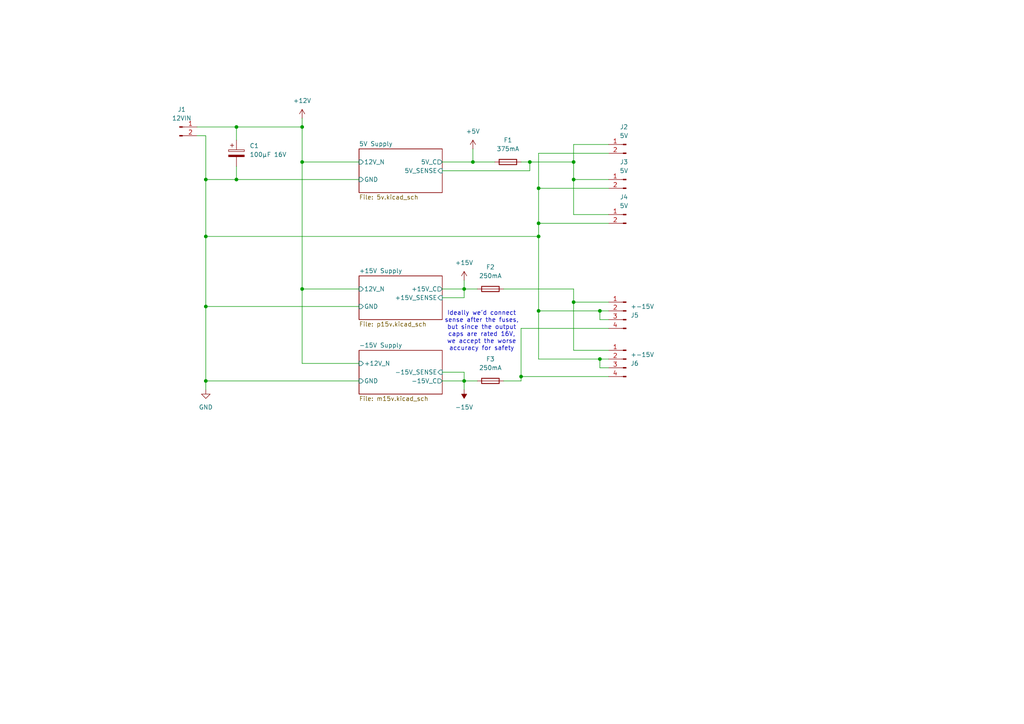
<source format=kicad_sch>
(kicad_sch (version 20231120) (generator "eeschema") (generator_version "8.0")
  (paper "A4")
  (lib_symbols
    (symbol "Connector:Conn_01x02_Pin" (pin_names (offset 1.016) hide)
      (property "Reference" "J" (at 0 2.54 0))
      (property "Value" "Conn_01x02_Pin" (at 0 -5.08 0))
      (symbol "Conn_01x02_Pin_1_1"
        (polyline (pts (xy 1.27 -2.54) (xy 0.8636 -2.54)) (stroke (width 0.1524)))
        (polyline (pts (xy 1.27 0) (xy 0.8636 0)) (stroke (width 0.1524)))
        (rectangle (start 0.8636 -2.413) (end 0 -2.667) (stroke (width 0.1524)) (fill (type outline)))
        (rectangle (start 0.8636 0.127) (end 0 -0.127) (stroke (width 0.1524)) (fill (type outline)))
        (pin passive line (at 5.08 0 180) (length 3.81) (name "Pin_1") (number "1"))
        (pin passive line (at 5.08 -2.54 180) (length 3.81) (name "Pin_2") (number "2"))
      )
    )
    (symbol "Connector:Conn_01x04_Pin" (pin_names (offset 1.016) hide)
      (property "Reference" "J" (at 0 5.08 0))
      (property "Value" "Conn_01x04_Pin" (at 0 -7.62 0))
      (symbol "Conn_01x04_Pin_1_1"
        (polyline (pts (xy 1.27 -5.08) (xy 0.8636 -5.08)) (stroke (width 0.1524)))
        (polyline (pts (xy 1.27 -2.54) (xy 0.8636 -2.54)) (stroke (width 0.1524)))
        (polyline (pts (xy 1.27 0) (xy 0.8636 0)) (stroke (width 0.1524)))
        (polyline (pts (xy 1.27 2.54) (xy 0.8636 2.54)) (stroke (width 0.1524)))
        (rectangle (start 0.8636 -4.953) (end 0 -5.207) (stroke (width 0.1524)) (fill (type outline)))
        (rectangle (start 0.8636 -2.413) (end 0 -2.667) (stroke (width 0.1524)) (fill (type outline)))
        (rectangle (start 0.8636 0.127) (end 0 -0.127) (stroke (width 0.1524)) (fill (type outline)))
        (rectangle (start 0.8636 2.667) (end 0 2.413) (stroke (width 0.1524)) (fill (type outline)))
        (pin passive line (at 5.08 2.54 180) (length 3.81) (name "Pin_1") (number "1"))
        (pin passive line (at 5.08 0 180) (length 3.81) (name "Pin_2") (number "2"))
        (pin passive line (at 5.08 -2.54 180) (length 3.81) (name "Pin_3") (number "3"))
        (pin passive line (at 5.08 -5.08 180) (length 3.81) (name "Pin_4") (number "4"))
      )
    )
    (symbol "Device:C_Polarized" (pin_numbers hide) (pin_names (offset 0.254))
      (property "Reference" "C" (at 0.635 2.54 0))
      (property "Value" "C_Polarized" (at 0.635 -2.54 0))
      (symbol "C_Polarized_0_1"
        (rectangle (start -2.286 0.508) (end 2.286 1.016))
        (polyline (pts (xy -1.778 2.286) (xy -0.762 2.286)))
        (polyline (pts (xy -1.27 2.794) (xy -1.27 1.778)))
        (rectangle (start 2.286 -0.508) (end -2.286 -1.016) (fill (type outline)))
      )
      (symbol "C_Polarized_1_1"
        (pin passive line (at 0 3.81 270) (length 2.794) (name "~") (number "1"))
        (pin passive line (at 0 -3.81 90) (length 2.794) (name "~") (number "2"))
      )
    )
    (symbol "Device:Fuse" (pin_numbers hide) (pin_names (offset 0))
      (property "Reference" "F" (at 2.032 0 90))
      (property "Value" "Fuse" (at -1.905 0 90))
      (symbol "Fuse_0_1"
        (rectangle (start -0.762 -2.54) (end 0.762 2.54) (stroke (width 0.254)))
        (polyline (pts (xy 0 2.54) (xy 0 -2.54)))
      )
      (symbol "Fuse_1_1"
        (pin passive line (at 0 3.81 270) (length 1.27) (name "~") (number "1"))
        (pin passive line (at 0 -3.81 90) (length 1.27) (name "~") (number "2"))
      )
    )
    (symbol "power:+12V" (power) (pin_numbers hide) (pin_names (offset 0) hide)
      (property "Value" "+12V" (at 0 3.556 0))
      (symbol "+12V_0_1"
        (polyline (pts (xy -0.762 1.27) (xy 0 2.54)))
        (polyline (pts (xy 0 0) (xy 0 2.54)))
        (polyline (pts (xy 0 2.54) (xy 0.762 1.27)))
      )
      (symbol "+12V_1_1"
        (pin power_in line (at 0 0 90) (length 0) (name "~") (number "1"))
      )
    )
    (symbol "power:+15V" (power) (pin_numbers hide) (pin_names (offset 0) hide)
      (property "Value" "+15V" (at 0 3.556 0))
      (symbol "+15V_0_1"
        (polyline (pts (xy -0.762 1.27) (xy 0 2.54)))
        (polyline (pts (xy 0 0) (xy 0 2.54)))
        (polyline (pts (xy 0 2.54) (xy 0.762 1.27)))
      )
      (symbol "+15V_1_1"
        (pin power_in line (at 0 0 90) (length 0) (name "~") (number "1"))
      )
    )
    (symbol "power:+5V" (power) (pin_numbers hide) (pin_names (offset 0) hide)
      (property "Value" "+5V" (at 0 3.556 0))
      (symbol "+5V_0_1"
        (polyline (pts (xy -0.762 1.27) (xy 0 2.54)))
        (polyline (pts (xy 0 0) (xy 0 2.54)))
        (polyline (pts (xy 0 2.54) (xy 0.762 1.27)))
      )
      (symbol "+5V_1_1"
        (pin power_in line (at 0 0 90) (length 0) (name "~") (number "1"))
      )
    )
    (symbol "power:-15V" (power) (pin_numbers hide) (pin_names (offset 0) hide)
      (property "Value" "-15V" (at 0 3.556 0))
      (symbol "-15V_0_0"
        (pin power_in line (at 0 0 90) (length 0) (name "~") (number "1"))
      )
      (symbol "-15V_0_1"
        (polyline (pts (xy 0 0) (xy 0 1.27) (xy 0.762 1.27) (xy 0 2.54) (xy -0.762 1.27) (xy 0 1.27)) (fill (type outline)))
      )
    )
    (symbol "power:GND" (power) (pin_numbers hide) (pin_names (offset 0) hide)
      (property "Value" "GND" (at 0 -3.81 0))
      (symbol "GND_0_1"
        (polyline (pts (xy 0 0) (xy 0 -1.27) (xy 1.27 -1.27) (xy 0 -2.54) (xy -1.27 -1.27) (xy 0 -1.27)))
      )
      (symbol "GND_1_1"
        (pin power_in line (at 0 0 270) (length 0) (name "~") (number "1"))
      )
    )
  )
  (junction (at 151.13 109.22))
  (junction (at 166.37 46.99))
  (junction (at 166.37 52.07))
  (junction (at 156.21 68.58))
  (junction (at 153.67 46.99))
  (junction (at 156.21 90.17))
  (junction (at 87.63 83.82))
  (junction (at 134.62 110.49))
  (junction (at 68.58 52.07))
  (junction (at 156.21 54.61))
  (junction (at 59.69 88.9))
  (junction (at 156.21 64.77))
  (junction (at 59.69 52.07))
  (junction (at 87.63 46.99))
  (junction (at 134.62 83.82))
  (junction (at 87.63 36.83))
  (junction (at 173.99 90.17))
  (junction (at 59.69 110.49))
  (junction (at 59.69 68.58))
  (junction (at 68.58 36.83))
  (junction (at 166.37 87.63))
  (junction (at 173.99 104.14))
  (junction (at 137.16 46.99))
  (wire (pts (xy 87.63 105.41) (xy 87.63 83.82)))
  (wire (pts (xy 59.69 39.37) (xy 59.69 52.07)))
  (wire (pts (xy 151.13 95.25) (xy 151.13 109.22)))
  (wire (pts (xy 176.53 62.23) (xy 166.37 62.23)))
  (wire (pts (xy 59.69 88.9) (xy 104.14 88.9)))
  (wire (pts (xy 146.05 110.49) (xy 151.13 110.49)))
  (wire (pts (xy 87.63 83.82) (xy 87.63 46.99)))
  (wire (pts (xy 146.05 83.82) (xy 166.37 83.82)))
  (wire (pts (xy 59.69 110.49) (xy 104.14 110.49)))
  (wire (pts (xy 176.53 106.68) (xy 173.99 106.68)))
  (wire (pts (xy 153.67 46.99) (xy 166.37 46.99)))
  (wire (pts (xy 134.62 83.82) (xy 138.43 83.82)))
  (wire (pts (xy 87.63 83.82) (xy 104.14 83.82)))
  (wire (pts (xy 173.99 90.17) (xy 176.53 90.17)))
  (wire (pts (xy 87.63 34.29) (xy 87.63 36.83)))
  (wire (pts (xy 173.99 104.14) (xy 156.21 104.14)))
  (wire (pts (xy 68.58 48.26) (xy 68.58 52.07)))
  (wire (pts (xy 128.27 86.36) (xy 134.62 86.36)))
  (wire (pts (xy 128.27 49.53) (xy 153.67 49.53)))
  (wire (pts (xy 156.21 90.17) (xy 173.99 90.17)))
  (wire (pts (xy 137.16 43.18) (xy 137.16 46.99)))
  (wire (pts (xy 151.13 95.25) (xy 176.53 95.25)))
  (wire (pts (xy 59.69 68.58) (xy 59.69 88.9)))
  (wire (pts (xy 166.37 41.91) (xy 166.37 46.99)))
  (wire (pts (xy 156.21 90.17) (xy 156.21 68.58)))
  (wire (pts (xy 166.37 46.99) (xy 166.37 52.07)))
  (wire (pts (xy 166.37 52.07) (xy 176.53 52.07)))
  (wire (pts (xy 156.21 54.61) (xy 176.53 54.61)))
  (wire (pts (xy 173.99 92.71) (xy 173.99 90.17)))
  (wire (pts (xy 166.37 87.63) (xy 176.53 87.63)))
  (wire (pts (xy 134.62 86.36) (xy 134.62 83.82)))
  (wire (pts (xy 128.27 83.82) (xy 134.62 83.82)))
  (wire (pts (xy 156.21 64.77) (xy 176.53 64.77)))
  (wire (pts (xy 151.13 109.22) (xy 176.53 109.22)))
  (wire (pts (xy 137.16 46.99) (xy 143.51 46.99)))
  (wire (pts (xy 151.13 110.49) (xy 151.13 109.22)))
  (wire (pts (xy 87.63 46.99) (xy 104.14 46.99)))
  (wire (pts (xy 59.69 68.58) (xy 156.21 68.58)))
  (wire (pts (xy 59.69 52.07) (xy 59.69 68.58)))
  (wire (pts (xy 68.58 36.83) (xy 68.58 40.64)))
  (wire (pts (xy 166.37 41.91) (xy 176.53 41.91)))
  (wire (pts (xy 156.21 64.77) (xy 156.21 68.58)))
  (wire (pts (xy 166.37 87.63) (xy 166.37 101.6)))
  (wire (pts (xy 68.58 52.07) (xy 104.14 52.07)))
  (wire (pts (xy 166.37 62.23) (xy 166.37 52.07)))
  (wire (pts (xy 173.99 106.68) (xy 173.99 104.14)))
  (wire (pts (xy 156.21 104.14) (xy 156.21 90.17)))
  (wire (pts (xy 87.63 36.83) (xy 87.63 46.99)))
  (wire (pts (xy 134.62 110.49) (xy 138.43 110.49)))
  (wire (pts (xy 128.27 46.99) (xy 137.16 46.99)))
  (wire (pts (xy 176.53 104.14) (xy 173.99 104.14)))
  (wire (pts (xy 59.69 52.07) (xy 68.58 52.07)))
  (wire (pts (xy 151.13 46.99) (xy 153.67 46.99)))
  (wire (pts (xy 166.37 83.82) (xy 166.37 87.63)))
  (wire (pts (xy 156.21 44.45) (xy 156.21 54.61)))
  (wire (pts (xy 176.53 44.45) (xy 156.21 44.45)))
  (wire (pts (xy 59.69 88.9) (xy 59.69 110.49)))
  (wire (pts (xy 57.15 36.83) (xy 68.58 36.83)))
  (wire (pts (xy 68.58 36.83) (xy 87.63 36.83)))
  (wire (pts (xy 134.62 110.49) (xy 134.62 113.03)))
  (wire (pts (xy 153.67 49.53) (xy 153.67 46.99)))
  (wire (pts (xy 128.27 107.95) (xy 134.62 107.95)))
  (wire (pts (xy 104.14 105.41) (xy 87.63 105.41)))
  (wire (pts (xy 176.53 92.71) (xy 173.99 92.71)))
  (wire (pts (xy 134.62 107.95) (xy 134.62 110.49)))
  (wire (pts (xy 59.69 110.49) (xy 59.69 113.03)))
  (wire (pts (xy 134.62 81.28) (xy 134.62 83.82)))
  (wire (pts (xy 166.37 101.6) (xy 176.53 101.6)))
  (wire (pts (xy 156.21 54.61) (xy 156.21 64.77)))
  (wire (pts (xy 57.15 39.37) (xy 59.69 39.37)))
  (wire (pts (xy 134.62 110.49) (xy 128.27 110.49)))
  (text "Ideally we'd connect\nsense after the fuses,\nbut since the output\ncaps are rated 16V,\nwe accept the worse\naccuracy for safety" (at 139.7 96.012 0) (effects (font (size 1.27 1.27))))
  (symbol (lib_id "power:+15V") (at 134.62 81.28 0) (unit 1)
    (property "Reference" "#PWR03" (effects (hide yes)))
    (property "Value" "+15V" (at 134.62 76.2 0))
    (property "Description" "Power symbol creates a global label with name \"+15V\"" (effects (hide yes)))
  )
  (symbol (lib_id "Device:Fuse") (at 142.24 83.82 90) (unit 1)
    (property "Reference" "F2" (at 142.24 77.47 90))
    (property "Value" "250mA" (at 142.24 80.01 90))
    (property "Footprint" "Fuse:Fuse_0603_1608Metric" (effects (hide yes)))
    (property "Description" "Fuse" (effects (hide yes)))
  )
  (symbol (lib_id "Device:Fuse") (at 142.24 110.49 90) (unit 1)
    (property "Reference" "F3" (at 142.24 104.14 90))
    (property "Value" "250mA" (at 142.24 106.68 90))
    (property "Footprint" "Fuse:Fuse_0603_1608Metric" (effects (hide yes)))
    (property "Description" "Fuse" (effects (hide yes)))
  )
  (symbol (lib_id "Connector:Conn_01x04_Pin") (at 181.61 104.14 0) (mirror y) (unit 1)
    (property "Reference" "J6" (at 182.88 105.4101 0) (effects (justify right)))
    (property "Value" "+-15V" (at 182.88 102.8701 0) (effects (justify right)))
    (property "Footprint" "BW_Connectors:Amphenol_MINITEK_0.8_4P_V" (effects (hide yes)))
    (property "Description" "Generic connector, single row, 01x04, script generated" (effects (hide yes)))
  )
  (symbol (lib_id "power:GND") (at 59.69 113.03 0) (unit 1)
    (property "Reference" "#PWR04" (effects (hide yes)))
    (property "Value" "GND" (at 59.69 118.11 0))
    (property "Description" "Power symbol creates a global label with name \"GND\" , ground" (effects (hide yes)))
  )
  (symbol (lib_id "Connector:Conn_01x02_Pin") (at 52.07 36.83 0) (unit 1)
    (property "Reference" "J1" (at 52.705 31.75 0))
    (property "Value" "12VIN" (at 52.705 34.29 0))
    (property "Footprint" "BW_Connectors:Amphenol_MINITEK_0.8_2P_V" (effects (hide yes)))
    (property "Description" "Generic connector, single row, 01x02, script generated" (effects (hide yes)))
  )
  (symbol (lib_id "Connector:Conn_01x04_Pin") (at 181.61 90.17 0) (mirror y) (unit 1)
    (property "Reference" "J5" (at 182.88 91.4401 0) (effects (justify right)))
    (property "Value" "+-15V" (at 182.88 88.9001 0) (effects (justify right)))
    (property "Footprint" "BW_Connectors:Amphenol_MINITEK_0.8_4P_V" (effects (hide yes)))
    (property "Description" "Generic connector, single row, 01x04, script generated" (effects (hide yes)))
  )
  (symbol (lib_id "power:+12V") (at 87.63 34.29 0) (unit 1)
    (property "Reference" "#PWR01" (effects (hide yes)))
    (property "Value" "+12V" (at 87.63 29.21 0))
    (property "Description" "Power symbol creates a global label with name \"+12V\"" (effects (hide yes)))
  )
  (symbol (lib_id "power:-15V") (at 134.62 113.03 180) (unit 1)
    (property "Reference" "#PWR05" (effects (hide yes)))
    (property "Value" "-15V" (at 134.62 118.11 0))
    (property "Description" "Power symbol creates a global label with name \"-15V\"" (effects (hide yes)))
  )
  (symbol (lib_id "Connector:Conn_01x02_Pin") (at 181.61 62.23 0) (mirror y) (unit 1)
    (property "Reference" "J4" (at 180.975 57.15 0))
    (property "Value" "5V" (at 180.975 59.69 0))
    (property "Footprint" "BW_Connectors:Amphenol_MINITEK_0.8_2P_V" (effects (hide yes)))
    (property "Description" "Generic connector, single row, 01x02, script generated" (effects (hide yes)))
  )
  (symbol (lib_id "Device:C_Polarized") (at 68.58 44.45 0) (unit 1)
    (property "Reference" "C1" (at 72.39 42.2909 0) (effects (justify left)))
    (property "Value" "100µF 16V" (at 72.39 44.8309 0) (effects (justify left)))
    (property "Footprint" "Capacitor_SMD:CP_Elec_6.3x5.8" (effects (hide yes)))
    (property "Description" "Polarized capacitor" (effects (hide yes)))
  )
  (symbol (lib_id "Connector:Conn_01x02_Pin") (at 181.61 41.91 0) (mirror y) (unit 1)
    (property "Reference" "J2" (at 180.975 36.83 0))
    (property "Value" "5V" (at 180.975 39.37 0))
    (property "Footprint" "BW_Connectors:Amphenol_MINITEK_0.8_2P_V" (effects (hide yes)))
    (property "Description" "Generic connector, single row, 01x02, script generated" (effects (hide yes)))
  )
  (symbol (lib_id "Connector:Conn_01x02_Pin") (at 181.61 52.07 0) (mirror y) (unit 1)
    (property "Reference" "J3" (at 180.975 46.99 0))
    (property "Value" "5V" (at 180.975 49.53 0))
    (property "Footprint" "BW_Connectors:Amphenol_MINITEK_0.8_2P_V" (effects (hide yes)))
    (property "Description" "Generic connector, single row, 01x02, script generated" (effects (hide yes)))
  )
  (symbol (lib_id "power:+5V") (at 137.16 43.18 0) (unit 1)
    (property "Reference" "#PWR02" (effects (hide yes)))
    (property "Value" "+5V" (at 137.16 38.1 0))
    (property "Description" "Power symbol creates a global label with name \"+5V\"" (effects (hide yes)))
  )
  (symbol (lib_id "Device:Fuse") (at 147.32 46.99 90) (unit 1)
    (property "Reference" "F1" (at 147.32 40.64 90))
    (property "Value" "375mA" (at 147.32 43.18 90))
    (property "Footprint" "Fuse:Fuse_0603_1608Metric" (effects (hide yes)))
    (property "Description" "Fuse" (effects (hide yes)))
  )
  (sheet (at 104.14 101.6) (size 24.13 12.7) (stroke (width 0.1524))
    (property "Sheetname" "-15V Supply" (at 104.14 100.8884 0) (effects (justify left bottom)))
    (property "Sheetfile" "m15v.kicad_sch" (at 104.14 114.8846 0) (effects (justify left top)))
    (pin "GND" input (at 104.14 110.49 180))
    (pin "+12V_N" input (at 104.14 105.41 180))
    (pin "-15V_C" output (at 128.27 110.49 0))
    (pin "-15V_SENSE" input (at 128.27 107.95 0))
  )
  (sheet (at 104.14 43.18) (size 24.13 12.7) (stroke (width 0.1524))
    (property "Sheetname" "5V Supply" (at 104.14 42.4684 0) (effects (justify left bottom)))
    (property "Sheetfile" "5v.kicad_sch" (at 104.14 56.4646 0) (effects (justify left top)))
    (pin "12V_N" input (at 104.14 46.99 180))
    (pin "GND" input (at 104.14 52.07 180))
    (pin "5V_C" output (at 128.27 46.99 0))
    (pin "5V_SENSE" input (at 128.27 49.53 0))
  )
  (sheet (at 104.14 80.01) (size 24.13 12.7) (stroke (width 0.1524))
    (property "Sheetname" "+15V Supply" (at 104.14 79.2984 0) (effects (justify left bottom)))
    (property "Sheetfile" "p15v.kicad_sch" (at 104.14 93.2946 0) (effects (justify left top)))
    (pin "12V_N" input (at 104.14 83.82 180))
    (pin "GND" input (at 104.14 88.9 180))
    (pin "+15V_C" output (at 128.27 83.82 0))
    (pin "+15V_SENSE" input (at 128.27 86.36 0))
  )
)
</source>
